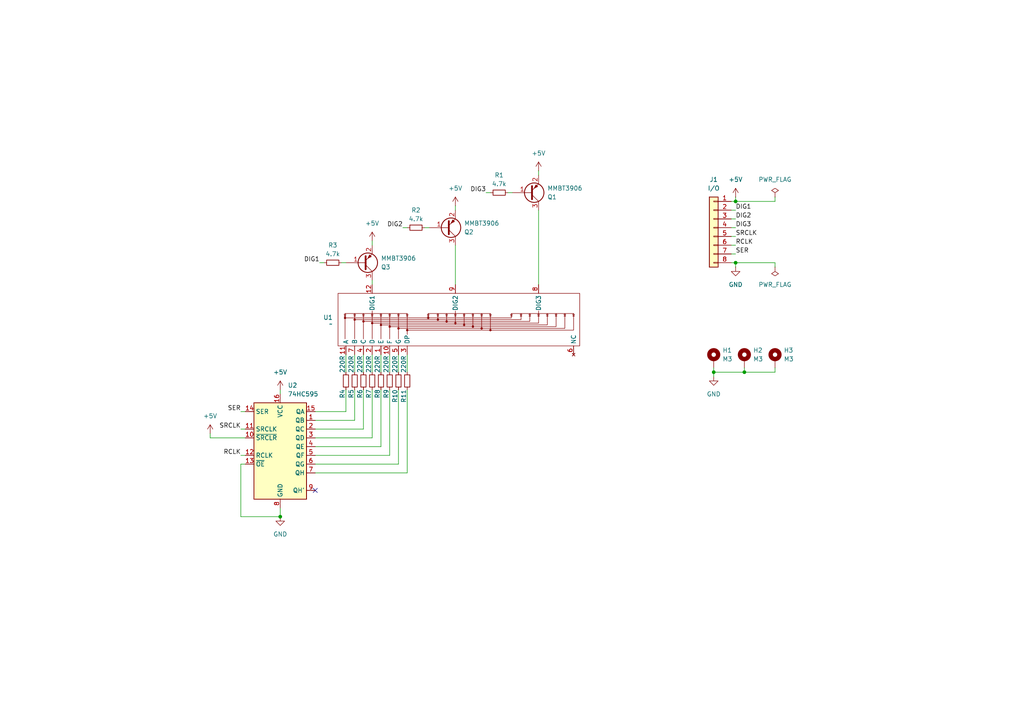
<source format=kicad_sch>
(kicad_sch (version 20231120) (generator "eeschema") (generator_version "8.0")
  (paper "A4")
  (title_block (title "3 Digits 7 Segment Display ") (date "2025-03-02") (rev "v.1"))
  (lib_symbols
    (symbol "74xx:74HC595"
      (property "Reference" "U" (at -7.62 13.97 0))
      (property "Value" "74HC595" (at -7.62 -16.51 0))
      (symbol "74HC595_1_0"
        (pin tri_state line (at 10.16 7.62 180) (length 2.54) (name "QB") (number "1"))
        (pin input line (at -10.16 2.54 0) (length 2.54) (name "~{SRCLR}") (number "10"))
        (pin input line (at -10.16 5.08 0) (length 2.54) (name "SRCLK") (number "11"))
        (pin input line (at -10.16 -2.54 0) (length 2.54) (name "RCLK") (number "12"))
        (pin input line (at -10.16 -5.08 0) (length 2.54) (name "~{OE}") (number "13"))
        (pin input line (at -10.16 10.16 0) (length 2.54) (name "SER") (number "14"))
        (pin tri_state line (at 10.16 10.16 180) (length 2.54) (name "QA") (number "15"))
        (pin power_in line (at 0 15.24 270) (length 2.54) (name "VCC") (number "16"))
        (pin tri_state line (at 10.16 5.08 180) (length 2.54) (name "QC") (number "2"))
        (pin tri_state line (at 10.16 2.54 180) (length 2.54) (name "QD") (number "3"))
        (pin tri_state line (at 10.16 0 180) (length 2.54) (name "QE") (number "4"))
        (pin tri_state line (at 10.16 -2.54 180) (length 2.54) (name "QF") (number "5"))
        (pin tri_state line (at 10.16 -5.08 180) (length 2.54) (name "QG") (number "6"))
        (pin tri_state line (at 10.16 -7.62 180) (length 2.54) (name "QH") (number "7"))
        (pin power_in line (at 0 -17.78 90) (length 2.54) (name "GND") (number "8"))
        (pin output line (at 10.16 -12.7 180) (length 2.54) (name "QH'") (number "9"))
      )
      (symbol "74HC595_1_1"
        (rectangle (start -7.62 12.7) (end 7.62 -15.24) (stroke (width 0.254)) (fill (type background)))
      )
    )
    (symbol "Connector_Generic:Conn_01x08" (pin_names (offset 1.016) hide)
      (property "Reference" "J" (at 0 10.16 0))
      (property "Value" "Conn_01x08" (at 0 -12.7 0))
      (symbol "Conn_01x08_1_1"
        (rectangle (start -1.27 -10.033) (end 0 -10.287) (stroke (width 0.1524)))
        (rectangle (start -1.27 -7.493) (end 0 -7.747) (stroke (width 0.1524)))
        (rectangle (start -1.27 -4.953) (end 0 -5.207) (stroke (width 0.1524)))
        (rectangle (start -1.27 -2.413) (end 0 -2.667) (stroke (width 0.1524)))
        (rectangle (start -1.27 0.127) (end 0 -0.127) (stroke (width 0.1524)))
        (rectangle (start -1.27 2.667) (end 0 2.413) (stroke (width 0.1524)))
        (rectangle (start -1.27 5.207) (end 0 4.953) (stroke (width 0.1524)))
        (rectangle (start -1.27 7.747) (end 0 7.493) (stroke (width 0.1524)))
        (rectangle (start -1.27 8.89) (end 1.27 -11.43) (stroke (width 0.254)) (fill (type background)))
        (pin passive line (at -5.08 7.62 0) (length 3.81) (name "Pin_1") (number "1"))
        (pin passive line (at -5.08 5.08 0) (length 3.81) (name "Pin_2") (number "2"))
        (pin passive line (at -5.08 2.54 0) (length 3.81) (name "Pin_3") (number "3"))
        (pin passive line (at -5.08 0 0) (length 3.81) (name "Pin_4") (number "4"))
        (pin passive line (at -5.08 -2.54 0) (length 3.81) (name "Pin_5") (number "5"))
        (pin passive line (at -5.08 -5.08 0) (length 3.81) (name "Pin_6") (number "6"))
        (pin passive line (at -5.08 -7.62 0) (length 3.81) (name "Pin_7") (number "7"))
        (pin passive line (at -5.08 -10.16 0) (length 3.81) (name "Pin_8") (number "8"))
      )
    )
    (symbol "Device:R_Small" (pin_numbers hide) (pin_names (offset 0.254) hide)
      (property "Reference" "R" (at 0.762 0.508 0))
      (property "Value" "R_Small" (at 0.762 -1.016 0))
      (symbol "R_Small_0_1"
        (rectangle (start -0.762 1.778) (end 0.762 -1.778) (stroke (width 0.2032)))
      )
      (symbol "R_Small_1_1"
        (pin passive line (at 0 2.54 270) (length 0.762) (name "~") (number "1"))
        (pin passive line (at 0 -2.54 90) (length 0.762) (name "~") (number "2"))
      )
    )
    (symbol "FJ5361BH_1"
      (property "Reference" "U" (at 33.528 8.89 0))
      (symbol "FJ5361BH_1_0_1"
        (polyline (pts (xy -32.258 1.016) (xy -31.75 1.016)))
        (polyline (pts (xy -32.004 1.016) (xy -32.004 -5.588)))
        (polyline (pts (xy -32.004 1.524) (xy -32.004 1.778)))
        (polyline (pts (xy -29.464 1.016) (xy -28.956 1.016)))
        (polyline (pts (xy -29.21 1.016) (xy -29.21 -5.588)))
        (polyline (pts (xy -29.21 1.016) (xy -29.21 1.016)))
        (polyline (pts (xy -29.21 1.524) (xy -29.21 1.778)))
        (polyline (pts (xy -26.924 1.016) (xy -26.416 1.016)))
        (polyline (pts (xy -26.67 1.016) (xy -26.67 -5.588)))
        (polyline (pts (xy -26.67 1.016) (xy -26.67 1.016)))
        (polyline (pts (xy -26.67 1.524) (xy -26.67 1.778)))
        (polyline (pts (xy -24.384 1.016) (xy -23.876 1.016)))
        (polyline (pts (xy -24.13 1.016) (xy -24.13 -5.588)))
        (polyline (pts (xy -24.13 1.524) (xy -24.13 1.778)))
        (polyline (pts (xy -21.844 1.016) (xy -21.336 1.016)))
        (polyline (pts (xy -21.59 1.016) (xy -21.59 -5.588)))
        (polyline (pts (xy -21.59 1.524) (xy -21.59 1.778)))
        (polyline (pts (xy -19.304 1.016) (xy -18.796 1.016)))
        (polyline (pts (xy -19.05 1.016) (xy -19.05 -5.588)))
        (polyline (pts (xy -19.05 1.524) (xy -19.05 1.778)))
        (polyline (pts (xy -16.764 1.016) (xy -16.256 1.016)))
        (polyline (pts (xy -16.51 1.016) (xy -16.51 -5.588)))
        (polyline (pts (xy -16.51 1.524) (xy -16.51 1.778)))
        (polyline (pts (xy -14.224 1.016) (xy -13.716 1.016)))
        (polyline (pts (xy -13.97 1.016) (xy -13.97 -4.318)))
        (polyline (pts (xy -13.97 1.524) (xy -13.97 1.778)))
        (polyline (pts (xy -8.128 1.016) (xy -7.62 1.016)))
        (polyline (pts (xy -7.874 1.524) (xy -7.874 1.778)))
        (polyline (pts (xy -5.334 1.016) (xy -4.826 1.016)))
        (polyline (pts (xy -5.08 1.524) (xy -5.08 1.778)))
        (polyline (pts (xy -2.794 1.016) (xy -2.286 1.016)))
        (polyline (pts (xy -2.54 1.524) (xy -2.54 1.778)))
        (polyline (pts (xy -0.254 1.016) (xy 0.254 1.016)))
        (polyline (pts (xy 0 1.524) (xy 0 1.778)))
        (polyline (pts (xy 2.286 1.016) (xy 2.794 1.016)))
        (polyline (pts (xy 2.54 1.524) (xy 2.54 1.778)))
        (polyline (pts (xy 4.826 1.016) (xy 5.334 1.016)))
        (polyline (pts (xy 5.08 1.524) (xy 5.08 1.778)))
        (polyline (pts (xy 7.366 1.016) (xy 7.874 1.016)))
        (polyline (pts (xy 7.62 1.524) (xy 7.62 1.778)))
        (polyline (pts (xy 9.906 1.016) (xy 10.414 1.016)))
        (polyline (pts (xy 10.16 1.524) (xy 10.16 1.778)))
        (polyline (pts (xy 16.002 1.016) (xy 16.51 1.016)))
        (polyline (pts (xy 16.256 1.524) (xy 16.256 1.778)))
        (polyline (pts (xy 18.796 1.016) (xy 19.304 1.016)))
        (polyline (pts (xy 19.05 1.524) (xy 19.05 1.778)))
        (polyline (pts (xy 21.336 1.016) (xy 21.844 1.016)))
        (polyline (pts (xy 21.59 1.524) (xy 21.59 1.778)))
        (polyline (pts (xy 23.876 1.016) (xy 24.384 1.016)))
        (polyline (pts (xy 24.13 1.524) (xy 24.13 1.778)))
        (polyline (pts (xy 26.416 1.016) (xy 26.924 1.016)))
        (polyline (pts (xy 26.67 1.524) (xy 26.67 1.778)))
        (polyline (pts (xy 28.956 1.016) (xy 29.464 1.016)))
        (polyline (pts (xy 29.21 1.524) (xy 29.21 1.778)))
        (polyline (pts (xy 31.496 1.016) (xy 32.004 1.016)))
        (polyline (pts (xy 31.75 1.524) (xy 31.75 1.778)))
        (polyline (pts (xy 34.036 1.016) (xy 34.544 1.016)))
        (polyline (pts (xy 34.29 1.524) (xy 34.29 1.778)))
        (polyline (pts (xy -32.004 0.508) (xy -7.874 0.508) (xy -7.874 1.016)))
        (polyline (pts (xy -7.874 0.508) (xy 16.256 0.508) (xy 16.256 1.016)))
        (polyline (pts (xy -32.258 1.524) (xy -32.004 1.016) (xy -31.75 1.524) (xy -32.258 1.524)))
        (polyline (pts (xy -29.464 1.524) (xy -29.21 1.016) (xy -28.956 1.524) (xy -29.464 1.524)))
        (polyline (pts (xy -26.924 1.524) (xy -26.67 1.016) (xy -26.416 1.524) (xy -26.924 1.524)))
        (polyline (pts (xy -24.384 1.524) (xy -24.13 1.016) (xy -23.876 1.524) (xy -24.384 1.524)))
        (polyline (pts (xy -21.844 1.524) (xy -21.59 1.016) (xy -21.336 1.524) (xy -21.844 1.524)))
        (polyline (pts (xy -19.304 1.524) (xy -19.05 1.016) (xy -18.796 1.524) (xy -19.304 1.524)))
        (polyline (pts (xy -16.764 1.524) (xy -16.51 1.016) (xy -16.256 1.524) (xy -16.764 1.524)))
        (polyline (pts (xy -14.224 1.524) (xy -13.97 1.016) (xy -13.716 1.524) (xy -14.224 1.524)))
        (polyline (pts (xy -8.128 1.524) (xy -7.874 1.016) (xy -7.62 1.524) (xy -8.128 1.524)))
        (polyline (pts (xy -5.334 1.524) (xy -5.08 1.016) (xy -4.826 1.524) (xy -5.334 1.524)))
        (polyline (pts (xy -2.794 1.524) (xy -2.54 1.016) (xy -2.286 1.524) (xy -2.794 1.524)))
        (polyline (pts (xy -0.254 1.524) (xy 0 1.016) (xy 0.254 1.524) (xy -0.254 1.524)))
        (polyline (pts (xy 2.286 1.524) (xy 2.54 1.016) (xy 2.794 1.524) (xy 2.286 1.524)))
        (polyline (pts (xy 4.826 1.524) (xy 5.08 1.016) (xy 5.334 1.524) (xy 4.826 1.524)))
        (polyline (pts (xy 7.366 1.524) (xy 7.62 1.016) (xy 7.874 1.524) (xy 7.366 1.524)))
        (polyline (pts (xy 9.906 1.524) (xy 10.16 1.016) (xy 10.414 1.524) (xy 9.906 1.524)))
        (polyline (pts (xy 16.002 1.524) (xy 16.256 1.016) (xy 16.51 1.524) (xy 16.002 1.524)))
        (polyline (pts (xy 18.796 1.524) (xy 19.05 1.016) (xy 19.304 1.524) (xy 18.796 1.524)))
        (polyline (pts (xy 21.336 1.524) (xy 21.59 1.016) (xy 21.844 1.524) (xy 21.336 1.524)))
        (polyline (pts (xy 23.876 1.524) (xy 24.13 1.016) (xy 24.384 1.524) (xy 23.876 1.524)))
        (polyline (pts (xy 26.416 1.524) (xy 26.67 1.016) (xy 26.924 1.524) (xy 26.416 1.524)))
        (polyline (pts (xy 28.956 1.524) (xy 29.21 1.016) (xy 29.464 1.524) (xy 28.956 1.524)))
        (polyline (pts (xy 31.496 1.524) (xy 31.75 1.016) (xy 32.004 1.524) (xy 31.496 1.524)))
        (polyline (pts (xy 34.036 1.524) (xy 34.29 1.016) (xy 34.544 1.524) (xy 34.036 1.524)))
      )
      (symbol "FJ5361BH_1_1_1"
        (rectangle (start -34.036 7.62) (end 36.068 -7.62))
        (circle (center -32.004 0.508) (radius 0.254) (fill (type outline)))
        (circle (center -29.21 0) (radius 0.254) (fill (type outline)))
        (circle (center -26.67 -0.508) (radius 0.254) (fill (type outline)))
        (circle (center -24.13 -1.016) (radius 0.254) (fill (type outline)))
        (circle (center -21.59 -1.524) (radius 0.254) (fill (type outline)))
        (circle (center -19.05 -2.032) (radius 0.254) (fill (type outline)))
        (circle (center -16.51 -2.54) (radius 0.254) (fill (type outline)))
        (circle (center -13.97 -3.048) (radius 0.254) (fill (type outline)))
        (circle (center -7.874 0.508) (radius 0.254) (fill (type outline)))
        (circle (center -5.08 0) (radius 0.254) (fill (type outline)))
        (circle (center -2.54 -0.508) (radius 0.254) (fill (type outline)))
        (circle (center 0 -1.016) (radius 0.254) (fill (type outline)))
        (polyline (pts (xy -32.004 1.778) (xy -13.97 1.778)))
        (polyline (pts (xy -24.13 1.778) (xy -24.13 2.54)))
        (polyline (pts (xy -7.874 1.778) (xy 10.16 1.778)))
        (polyline (pts (xy 0 1.778) (xy 0 2.54)))
        (polyline (pts (xy 16.256 1.778) (xy 34.29 1.778)))
        (polyline (pts (xy 24.13 1.778) (xy 24.13 2.54)))
        (polyline (pts (xy -29.21 0) (xy -5.08 0) (xy -5.08 1.016)))
        (polyline (pts (xy -26.67 -0.508) (xy -2.54 -0.508) (xy -2.54 1.016)))
        (polyline (pts (xy -24.13 -1.016) (xy 0 -1.016) (xy 0 1.016)))
        (polyline (pts (xy -21.59 -1.524) (xy 2.54 -1.524) (xy 2.54 1.016)))
        (polyline (pts (xy -19.05 -2.032) (xy 5.08 -2.032) (xy 5.08 1.016)))
        (polyline (pts (xy -5.08 0) (xy 19.05 0) (xy 19.05 1.016)))
        (polyline (pts (xy -2.54 -0.508) (xy 21.59 -0.508) (xy 21.59 1.016)))
        (polyline (pts (xy 0 -1.016) (xy 24.13 -1.016) (xy 24.13 1.016)))
        (polyline (pts (xy 2.54 -1.524) (xy 26.67 -1.524) (xy 26.67 1.016)))
        (polyline (pts (xy 5.08 -2.032) (xy 29.21 -2.032) (xy 29.21 1.016)))
        (polyline (pts (xy 7.62 -2.54) (xy 31.75 -2.54) (xy 31.75 1.016)))
        (polyline (pts (xy 7.62 1.016) (xy 7.62 -2.54) (xy -16.51 -2.54)))
        (polyline (pts (xy 10.16 -3.048) (xy 34.29 -3.048) (xy 34.29 1.016)))
        (polyline (pts (xy 10.16 1.016) (xy 10.16 -3.048) (xy -13.97 -3.048)))
        (circle (center 2.54 -1.524) (radius 0.254) (fill (type outline)))
        (circle (center 5.08 -2.032) (radius 0.254) (fill (type outline)))
        (circle (center 7.62 -2.54) (radius 0.254) (fill (type outline)))
        (circle (center 10.16 -3.048) (radius 0.254) (fill (type outline)))
        (pin input line (at -21.59 -10.16 90) (length 2.54) (name "E") (number "1"))
        (pin input line (at -19.05 -10.16 90) (length 2.54) (name "F") (number "10"))
        (pin input line (at -31.75 -10.16 90) (length 2.54) (name "A") (number "11"))
        (pin input line (at -24.13 10.16 270) (length 2.54) (name "DIG1") (number "12"))
        (pin input line (at -24.13 -10.16 90) (length 2.54) (name "D") (number "2"))
        (pin input line (at -13.97 -10.16 90) (length 2.54) (name "DP") (number "3"))
        (pin input line (at -26.67 -10.16 90) (length 2.54) (name "C") (number "4"))
        (pin input line (at -16.51 -10.16 90) (length 2.54) (name "G") (number "5"))
        (pin no_connect line (at 34.29 -10.16 90) (length 2.54) (name "NC") (number "6"))
        (pin input line (at -29.21 -10.16 90) (length 2.54) (name "B") (number "7"))
        (pin input line (at 24.13 10.16 270) (length 2.54) (name "DIG3") (number "8"))
        (pin input line (at 0 10.16 270) (length 2.54) (name "DIG2") (number "9"))
      )
    )
    (symbol "Mechanical:MountingHole_Pad" (pin_numbers hide) (pin_names (offset 1.016) hide) (exclude_from_sim yes) (in_bom no)
      (property "Reference" "H" (at 0 6.35 0))
      (property "Value" "MountingHole_Pad" (at 0 4.445 0))
      (symbol "MountingHole_Pad_0_1"
        (circle (center 0 1.27) (radius 1.27) (stroke (width 1.27)))
      )
      (symbol "MountingHole_Pad_1_1"
        (pin input line (at 0 -2.54 90) (length 2.54) (name "1") (number "1"))
      )
    )
    (symbol "Transistor_BJT:MMBT3906" (pin_names (offset 0) hide)
      (property "Reference" "Q" (at 5.08 1.905 0))
      (property "Value" "MMBT3906" (at 5.08 0 0))
      (symbol "MMBT3906_0_1"
        (polyline (pts (xy 0.635 0.635) (xy 2.54 2.54)))
        (polyline (pts (xy 0.635 -0.635) (xy 2.54 -2.54) (xy 2.54 -2.54)))
        (polyline (pts (xy 0.635 1.905) (xy 0.635 -1.905) (xy 0.635 -1.905)) (stroke (width 0.508)))
        (polyline (pts (xy 2.286 -1.778) (xy 1.778 -2.286) (xy 1.27 -1.27) (xy 2.286 -1.778) (xy 2.286 -1.778)) (fill (type outline)))
        (circle (center 1.27 0) (radius 2.8194) (stroke (width 0.254)))
      )
      (symbol "MMBT3906_1_1"
        (pin input line (at -5.08 0 0) (length 5.715) (name "B") (number "1"))
        (pin passive line (at 2.54 -5.08 90) (length 2.54) (name "E") (number "2"))
        (pin passive line (at 2.54 5.08 270) (length 2.54) (name "C") (number "3"))
      )
    )
    (symbol "power:+5V" (power) (pin_numbers hide) (pin_names (offset 0) hide)
      (property "Value" "+5V" (at 0 3.556 0))
      (symbol "+5V_0_1"
        (polyline (pts (xy -0.762 1.27) (xy 0 2.54)))
        (polyline (pts (xy 0 0) (xy 0 2.54)))
        (polyline (pts (xy 0 2.54) (xy 0.762 1.27)))
      )
      (symbol "+5V_1_1"
        (pin power_in line (at 0 0 90) (length 0) (name "~") (number "1"))
      )
    )
    (symbol "power:GND" (power) (pin_numbers hide) (pin_names (offset 0) hide)
      (property "Value" "GND" (at 0 -3.81 0))
      (symbol "GND_0_1"
        (polyline (pts (xy 0 0) (xy 0 -1.27) (xy 1.27 -1.27) (xy 0 -2.54) (xy -1.27 -1.27) (xy 0 -1.27)))
      )
      (symbol "GND_1_1"
        (pin power_in line (at 0 0 270) (length 0) (name "~") (number "1"))
      )
    )
    (symbol "power:PWR_FLAG" (power) (pin_numbers hide) (pin_names (offset 0) hide)
      (property "Value" "PWR_FLAG" (at 0 3.81 0))
      (symbol "PWR_FLAG_0_0"
        (pin power_out line (at 0 0 90) (length 0) (name "~") (number "1"))
      )
      (symbol "PWR_FLAG_0_1"
        (polyline (pts (xy 0 0) (xy 0 1.27) (xy -1.016 1.905) (xy 0 2.54) (xy 1.016 1.905) (xy 0 1.27)))
      )
    )
  )
  (junction (at 207.01 107.95))
  (junction (at 213.36 76.2))
  (junction (at 213.36 58.42))
  (junction (at 81.28 149.86))
  (junction (at 215.9 107.95))
  (no_connect (at 91.44 142.24))
  (wire (pts (xy 213.36 58.42) (xy 213.36 57.15)))
  (wire (pts (xy 212.09 58.42) (xy 213.36 58.42)))
  (wire (pts (xy 212.09 63.5) (xy 213.36 63.5)))
  (wire (pts (xy 91.44 127) (xy 107.95 127)))
  (wire (pts (xy 147.32 55.88) (xy 148.59 55.88)))
  (wire (pts (xy 71.12 134.62) (xy 69.85 134.62)))
  (wire (pts (xy 107.95 127) (xy 107.95 113.03)))
  (wire (pts (xy 102.87 102.87) (xy 102.87 107.95)))
  (wire (pts (xy 212.09 60.96) (xy 213.36 60.96)))
  (wire (pts (xy 118.11 137.16) (xy 118.11 113.03)))
  (wire (pts (xy 100.33 119.38) (xy 100.33 113.03)))
  (wire (pts (xy 224.79 77.47) (xy 224.79 76.2)))
  (wire (pts (xy 91.44 134.62) (xy 115.57 134.62)))
  (wire (pts (xy 132.08 71.12) (xy 132.08 82.55)))
  (wire (pts (xy 116.84 66.04) (xy 118.11 66.04)))
  (wire (pts (xy 115.57 134.62) (xy 115.57 113.03)))
  (wire (pts (xy 215.9 107.95) (xy 224.79 107.95)))
  (wire (pts (xy 212.09 76.2) (xy 213.36 76.2)))
  (wire (pts (xy 113.03 132.08) (xy 113.03 113.03)))
  (wire (pts (xy 118.11 102.87) (xy 118.11 107.95)))
  (wire (pts (xy 215.9 106.68) (xy 215.9 107.95)))
  (wire (pts (xy 115.57 102.87) (xy 115.57 107.95)))
  (wire (pts (xy 110.49 129.54) (xy 110.49 113.03)))
  (wire (pts (xy 156.21 60.96) (xy 156.21 82.55)))
  (wire (pts (xy 212.09 66.04) (xy 213.36 66.04)))
  (wire (pts (xy 100.33 102.87) (xy 100.33 107.95)))
  (wire (pts (xy 224.79 106.68) (xy 224.79 107.95)))
  (wire (pts (xy 69.85 132.08) (xy 71.12 132.08)))
  (wire (pts (xy 110.49 102.87) (xy 110.49 107.95)))
  (wire (pts (xy 60.96 127) (xy 60.96 125.73)))
  (wire (pts (xy 123.19 66.04) (xy 124.46 66.04)))
  (wire (pts (xy 213.36 76.2) (xy 224.79 76.2)))
  (wire (pts (xy 107.95 81.28) (xy 107.95 82.55)))
  (wire (pts (xy 81.28 113.03) (xy 81.28 114.3)))
  (wire (pts (xy 69.85 124.46) (xy 71.12 124.46)))
  (wire (pts (xy 212.09 68.58) (xy 213.36 68.58)))
  (wire (pts (xy 71.12 127) (xy 60.96 127)))
  (wire (pts (xy 69.85 149.86) (xy 81.28 149.86)))
  (wire (pts (xy 69.85 134.62) (xy 69.85 149.86)))
  (wire (pts (xy 215.9 107.95) (xy 207.01 107.95)))
  (wire (pts (xy 91.44 132.08) (xy 113.03 132.08)))
  (wire (pts (xy 207.01 107.95) (xy 207.01 109.22)))
  (wire (pts (xy 102.87 121.92) (xy 102.87 113.03)))
  (wire (pts (xy 207.01 106.68) (xy 207.01 107.95)))
  (wire (pts (xy 91.44 124.46) (xy 105.41 124.46)))
  (wire (pts (xy 105.41 124.46) (xy 105.41 113.03)))
  (wire (pts (xy 91.44 129.54) (xy 110.49 129.54)))
  (wire (pts (xy 91.44 119.38) (xy 100.33 119.38)))
  (wire (pts (xy 99.06 76.2) (xy 100.33 76.2)))
  (wire (pts (xy 92.71 76.2) (xy 93.98 76.2)))
  (wire (pts (xy 91.44 121.92) (xy 102.87 121.92)))
  (wire (pts (xy 140.97 55.88) (xy 142.24 55.88)))
  (wire (pts (xy 132.08 59.69) (xy 132.08 60.96)))
  (wire (pts (xy 224.79 57.15) (xy 224.79 58.42)))
  (wire (pts (xy 107.95 69.85) (xy 107.95 71.12)))
  (wire (pts (xy 107.95 102.87) (xy 107.95 107.95)))
  (wire (pts (xy 91.44 137.16) (xy 118.11 137.16)))
  (wire (pts (xy 156.21 49.53) (xy 156.21 50.8)))
  (wire (pts (xy 213.36 76.2) (xy 213.36 77.47)))
  (wire (pts (xy 69.85 119.38) (xy 71.12 119.38)))
  (wire (pts (xy 224.79 58.42) (xy 213.36 58.42)))
  (wire (pts (xy 212.09 71.12) (xy 213.36 71.12)))
  (wire (pts (xy 113.03 102.87) (xy 113.03 107.95)))
  (wire (pts (xy 81.28 147.32) (xy 81.28 149.86)))
  (wire (pts (xy 212.09 73.66) (xy 213.36 73.66)))
  (wire (pts (xy 105.41 102.87) (xy 105.41 107.95)))
  (label "DIG1" (at 92.71 76.2 180))
  (label "DIG3" (at 140.97 55.88 180))
  (label "SER" (at 213.36 73.66 0))
  (label "DIG1" (at 213.36 60.96 0))
  (label "SRCLK" (at 69.85 124.46 180))
  (label "RCLK" (at 69.85 132.08 180))
  (label "SRCLK" (at 213.36 68.58 0))
  (label "DIG2" (at 213.36 63.5 0))
  (label "SER" (at 69.85 119.38 180))
  (label "RCLK" (at 213.36 71.12 0))
  (label "DIG3" (at 213.36 66.04 0))
  (label "DIG2" (at 116.84 66.04 180))
  (symbol (lib_id "power:+5V") (at 107.95 69.85 0) (unit 1)
    (property "Reference" "#PWR05" (effects (hide yes)))
    (property "Value" "+5V" (at 107.95 64.77 0))
    (property "Description" "Power symbol creates a global label with name \"+5V\"" (effects (hide yes)))
  )
  (symbol (lib_id "Device:R_Small") (at 144.78 55.88 90) (unit 1)
    (property "Reference" "R1" (at 144.78 50.8 90))
    (property "Value" "4.7k" (at 144.78 53.34 90))
    (property "Footprint" "Resistor_SMD:R_0603_1608Metric_Pad0.98x0.95mm_HandSolder" (effects (hide yes)))
    (property "Description" "Resistor, small symbol" (effects (hide yes)))
  )
  (symbol (lib_id "Device:R_Small") (at 107.95 110.49 0) (unit 1)
    (property "Reference" "R7" (at 106.934 115.57 90) (effects (justify left)))
    (property "Value" "220R" (at 106.934 108.204 90) (effects (justify left)))
    (property "Footprint" "Resistor_SMD:R_0603_1608Metric_Pad0.98x0.95mm_HandSolder" (effects (hide yes)))
    (property "Description" "Resistor, small symbol" (effects (hide yes)))
  )
  (symbol (lib_id "Transistor_BJT:MMBT3906") (at 105.41 76.2 0) (mirror x) (unit 1)
    (property "Reference" "Q3" (at 110.49 77.4701 0) (effects (justify left)))
    (property "Value" "MMBT3906" (at 110.49 74.9301 0) (effects (justify left)))
    (property "Footprint" "Package_TO_SOT_SMD:SOT-23" (effects (hide yes)))
    (property "Datasheet" "https://www.onsemi.com/pdf/datasheet/pzt3906-d.pdf" (effects (hide yes)))
    (property "Description" "-0.2A Ic, -40V Vce, Small Signal PNP Transistor, SOT-23" (effects (hide yes)))
  )
  (symbol (lib_id "Device:R_Small") (at 100.33 110.49 0) (unit 1)
    (property "Reference" "R4" (at 99.314 115.57 90) (effects (justify left)))
    (property "Value" "220R" (at 99.314 108.204 90) (effects (justify left)))
    (property "Footprint" "Resistor_SMD:R_0603_1608Metric_Pad0.98x0.95mm_HandSolder" (effects (hide yes)))
    (property "Description" "Resistor, small symbol" (effects (hide yes)))
  )
  (symbol (lib_id "Device:R_Small") (at 105.41 110.49 0) (unit 1)
    (property "Reference" "R6" (at 104.394 115.57 90) (effects (justify left)))
    (property "Value" "220R" (at 104.394 108.204 90) (effects (justify left)))
    (property "Footprint" "Resistor_SMD:R_0603_1608Metric_Pad0.98x0.95mm_HandSolder" (effects (hide yes)))
    (property "Description" "Resistor, small symbol" (effects (hide yes)))
  )
  (symbol (lib_id "power:+5V") (at 156.21 49.53 0) (unit 1)
    (property "Reference" "#PWR02" (effects (hide yes)))
    (property "Value" "+5V" (at 156.21 44.45 0))
    (property "Description" "Power symbol creates a global label with name \"+5V\"" (effects (hide yes)))
  )
  (symbol (lib_id "Mechanical:MountingHole_Pad") (at 215.9 104.14 0) (unit 1) (exclude_from_sim yes) (in_bom no)
    (property "Reference" "H2" (at 218.44 101.5999 0) (effects (justify left)))
    (property "Value" "M3" (at 218.44 104.1399 0) (effects (justify left)))
    (property "Footprint" "MountingHole:MountingHole_3.2mm_M3_DIN965_Pad" (effects (hide yes)))
    (property "Description" "Mounting Hole with connection" (effects (hide yes)))
  )
  (symbol (lib_id "74xx:74HC595") (at 81.28 129.54 0) (unit 1)
    (property "Reference" "U2" (at 83.4741 111.76 0) (effects (justify left)))
    (property "Value" "74HC595" (at 83.4741 114.3 0) (effects (justify left)))
    (property "Footprint" "Package_SO:SOP-16_3.9x9.9mm_P1.27mm" (effects (hide yes)))
    (property "Datasheet" "http://www.ti.com/lit/ds/symlink/sn74hc595.pdf" (effects (hide yes)))
    (property "Description" "8-bit serial in/out Shift Register 3-State Outputs" (effects (hide yes)))
  )
  (symbol (lib_id "Device:R_Small") (at 102.87 110.49 0) (unit 1)
    (property "Reference" "R5" (at 101.854 115.57 90) (effects (justify left)))
    (property "Value" "220R" (at 101.854 108.204 90) (effects (justify left)))
    (property "Footprint" "Resistor_SMD:R_0603_1608Metric_Pad0.98x0.95mm_HandSolder" (effects (hide yes)))
    (property "Description" "Resistor, small symbol" (effects (hide yes)))
  )
  (symbol (lib_id "Mechanical:MountingHole_Pad") (at 224.79 104.14 0) (unit 1) (exclude_from_sim yes) (in_bom no)
    (property "Reference" "H3" (at 227.33 101.5999 0) (effects (justify left)))
    (property "Value" "M3" (at 227.33 104.1399 0) (effects (justify left)))
    (property "Footprint" "MountingHole:MountingHole_3.2mm_M3_DIN965_Pad" (effects (hide yes)))
    (property "Description" "Mounting Hole with connection" (effects (hide yes)))
  )
  (symbol (lib_id "power:+5V") (at 60.96 125.73 0) (unit 1)
    (property "Reference" "#PWR07" (effects (hide yes)))
    (property "Value" "+5V" (at 60.96 120.65 0))
    (property "Description" "Power symbol creates a global label with name \"+5V\"" (effects (hide yes)))
  )
  (symbol (lib_id "Device:R_Small") (at 113.03 110.49 0) (unit 1)
    (property "Reference" "R9" (at 112.014 115.57 90) (effects (justify left)))
    (property "Value" "220R" (at 112.014 108.204 90) (effects (justify left)))
    (property "Footprint" "Resistor_SMD:R_0603_1608Metric_Pad0.98x0.95mm_HandSolder" (effects (hide yes)))
    (property "Description" "Resistor, small symbol" (effects (hide yes)))
  )
  (symbol (lib_id "power:GND") (at 213.36 77.47 0) (unit 1)
    (property "Reference" "#PWR04" (effects (hide yes)))
    (property "Value" "GND" (at 213.36 82.55 0))
    (property "Description" "Power symbol creates a global label with name \"GND\" , ground" (effects (hide yes)))
  )
  (symbol (lib_id "power:+5V") (at 132.08 59.69 0) (unit 1)
    (property "Reference" "#PWR03" (effects (hide yes)))
    (property "Value" "+5V" (at 132.08 54.61 0))
    (property "Description" "Power symbol creates a global label with name \"+5V\"" (effects (hide yes)))
  )
  (symbol (lib_id "power:+5V") (at 213.36 57.15 0) (unit 1)
    (property "Reference" "#PWR01" (effects (hide yes)))
    (property "Value" "+5V" (at 213.36 52.07 0))
    (property "Description" "Power symbol creates a global label with name \"+5V\"" (effects (hide yes)))
  )
  (symbol (lib_id "power:PWR_FLAG") (at 224.79 57.15 0) (unit 1)
    (property "Reference" "#FLG01" (effects (hide yes)))
    (property "Value" "PWR_FLAG" (at 224.79 52.07 0))
    (property "Description" "Special symbol for telling ERC where power comes from" (effects (hide yes)))
  )
  (symbol (lib_id "Device:R_Small") (at 110.49 110.49 0) (unit 1)
    (property "Reference" "R8" (at 109.474 115.57 90) (effects (justify left)))
    (property "Value" "220R" (at 109.474 108.204 90) (effects (justify left)))
    (property "Footprint" "Resistor_SMD:R_0603_1608Metric_Pad0.98x0.95mm_HandSolder" (effects (hide yes)))
    (property "Description" "Resistor, small symbol" (effects (hide yes)))
  )
  (symbol (lib_id "Device:R_Small") (at 118.11 110.49 0) (unit 1)
    (property "Reference" "R11" (at 117.094 116.84 90) (effects (justify left)))
    (property "Value" "220R" (at 117.094 108.204 90) (effects (justify left)))
    (property "Footprint" "Resistor_SMD:R_0603_1608Metric_Pad0.98x0.95mm_HandSolder" (effects (hide yes)))
    (property "Description" "Resistor, small symbol" (effects (hide yes)))
  )
  (symbol (lib_id "Device:R_Small") (at 120.65 66.04 90) (unit 1)
    (property "Reference" "R2" (at 120.65 60.96 90))
    (property "Value" "4.7k" (at 120.65 63.5 90))
    (property "Footprint" "Resistor_SMD:R_0603_1608Metric_Pad0.98x0.95mm_HandSolder" (effects (hide yes)))
    (property "Description" "Resistor, small symbol" (effects (hide yes)))
  )
  (symbol (lib_id "Device:R_Small") (at 115.57 110.49 0) (unit 1)
    (property "Reference" "R10" (at 114.554 116.84 90) (effects (justify left)))
    (property "Value" "220R" (at 114.554 108.204 90) (effects (justify left)))
    (property "Footprint" "Resistor_SMD:R_0603_1608Metric_Pad0.98x0.95mm_HandSolder" (effects (hide yes)))
    (property "Description" "Resistor, small symbol" (effects (hide yes)))
  )
  (symbol (lib_id "power:PWR_FLAG") (at 224.79 77.47 180) (unit 1)
    (property "Reference" "#FLG02" (effects (hide yes)))
    (property "Value" "PWR_FLAG" (at 224.79 82.55 0))
    (property "Description" "Special symbol for telling ERC where power comes from" (effects (hide yes)))
  )
  (symbol (lib_id "power:+5V") (at 81.28 113.03 0) (unit 1)
    (property "Reference" "#PWR06" (effects (hide yes)))
    (property "Value" "+5V" (at 81.28 107.95 0))
    (property "Description" "Power symbol creates a global label with name \"+5V\"" (effects (hide yes)))
  )
  (symbol (lib_id "power:GND") (at 207.01 109.22 0) (unit 1)
    (property "Reference" "#PWR09" (effects (hide yes)))
    (property "Value" "GND" (at 207.01 114.3 0))
    (property "Description" "Power symbol creates a global label with name \"GND\" , ground" (effects (hide yes)))
  )
  (symbol (lib_name "FJ5361BH_1") (lib_id "FJ5361BH:FJ5361BH") (at 132.08 92.71 0) (unit 1)
    (property "Reference" "U1" (at 96.52 92.0749 0) (effects (justify right)))
    (property "Value" "~" (at 96.52 93.98 0) (effects (justify right)))
    (property "Footprint" "FJ5361BH:FJ5361BH" (effects (hide yes)))
  )
  (symbol (lib_id "Transistor_BJT:MMBT3906") (at 129.54 66.04 0) (mirror x) (unit 1)
    (property "Reference" "Q2" (at 134.62 67.3101 0) (effects (justify left)))
    (property "Value" "MMBT3906" (at 134.62 64.7701 0) (effects (justify left)))
    (property "Footprint" "Package_TO_SOT_SMD:SOT-23" (effects (hide yes)))
    (property "Datasheet" "https://www.onsemi.com/pdf/datasheet/pzt3906-d.pdf" (effects (hide yes)))
    (property "Description" "-0.2A Ic, -40V Vce, Small Signal PNP Transistor, SOT-23" (effects (hide yes)))
  )
  (symbol (lib_id "Transistor_BJT:MMBT3906") (at 153.67 55.88 0) (mirror x) (unit 1)
    (property "Reference" "Q1" (at 158.75 57.1501 0) (effects (justify left)))
    (property "Value" "MMBT3906" (at 158.75 54.6101 0) (effects (justify left)))
    (property "Footprint" "Package_TO_SOT_SMD:SOT-23" (effects (hide yes)))
    (property "Datasheet" "https://www.onsemi.com/pdf/datasheet/pzt3906-d.pdf" (effects (hide yes)))
    (property "Description" "-0.2A Ic, -40V Vce, Small Signal PNP Transistor, SOT-23" (effects (hide yes)))
  )
  (symbol (lib_id "Mechanical:MountingHole_Pad") (at 207.01 104.14 0) (unit 1) (exclude_from_sim yes) (in_bom no)
    (property "Reference" "H1" (at 209.55 101.5999 0) (effects (justify left)))
    (property "Value" "M3" (at 209.55 104.1399 0) (effects (justify left)))
    (property "Footprint" "MountingHole:MountingHole_3.2mm_M3_DIN965_Pad" (effects (hide yes)))
    (property "Description" "Mounting Hole with connection" (effects (hide yes)))
  )
  (symbol (lib_id "Connector_Generic:Conn_01x08") (at 207.01 66.04 0) (mirror y) (unit 1)
    (property "Reference" "J1" (at 207.01 52.07 0))
    (property "Value" "I/O" (at 207.01 54.61 0))
    (property "Footprint" "Connector_PinHeader_2.54mm:PinHeader_1x08_P2.54mm_Vertical" (effects (hide yes)))
    (property "Description" "Generic connector, single row, 01x08, script generated (kicad-library-utils/schlib/autogen/connector/)" (effects (hide yes)))
  )
  (symbol (lib_id "power:GND") (at 81.28 149.86 0) (unit 1)
    (property "Reference" "#PWR08" (effects (hide yes)))
    (property "Value" "GND" (at 81.28 154.94 0))
    (property "Description" "Power symbol creates a global label with name \"GND\" , ground" (effects (hide yes)))
  )
  (symbol (lib_id "Device:R_Small") (at 96.52 76.2 90) (unit 1)
    (property "Reference" "R3" (at 96.52 71.12 90))
    (property "Value" "4.7k" (at 96.52 73.66 90))
    (property "Footprint" "Resistor_SMD:R_0603_1608Metric_Pad0.98x0.95mm_HandSolder" (effects (hide yes)))
    (property "Description" "Resistor, small symbol" (effects (hide yes)))
  )
)
</source>
